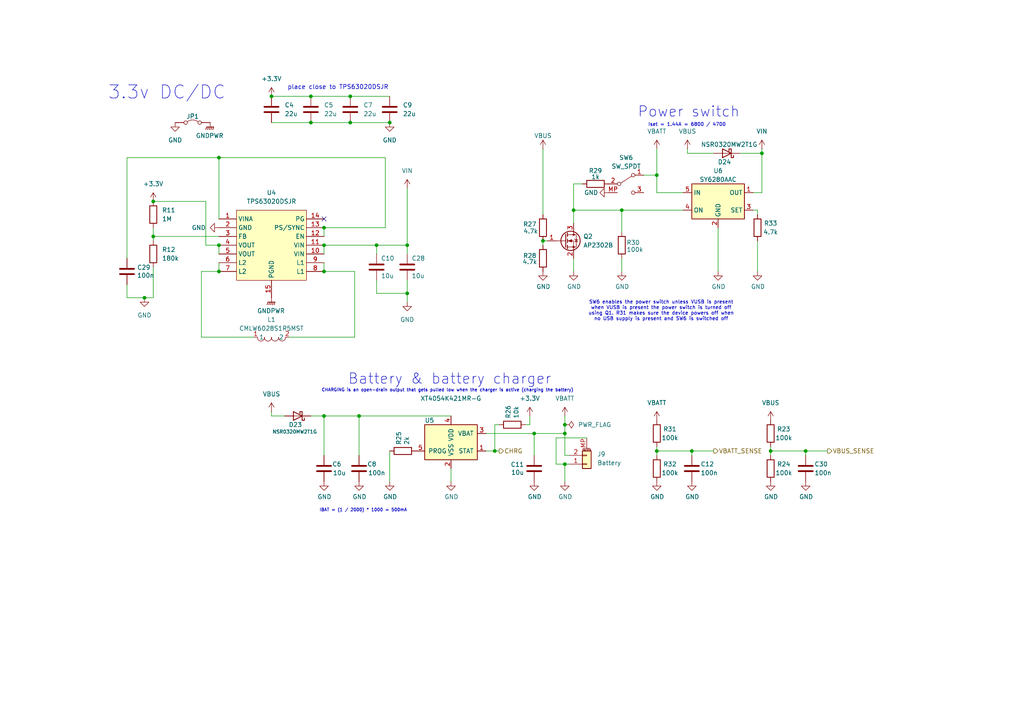
<source format=kicad_sch>
(kicad_sch (version 20250114) (generator "eeschema") (generator_version "9.0")
  (paper "A4")
  (title_block (title "TSJA badge") (date "2024-12-06") (rev "1.0") (company "Nicolai Electronics") (comment 1 "License: CERN Open Hardware Licence Version 2 - Permissive"))
  (lib_symbols
    (symbol "+3.3V_1" (power) (pin_numbers (hide yes)) (pin_names (offset 0) (hide yes))
      (property "Value" "+3.3V" (at 0 3.556 0))
      (symbol "+3.3V_1_0_1"
        (polyline (pts (xy -0.762 1.27) (xy 0 2.54)))
        (polyline (pts (xy 0 2.54) (xy 0.762 1.27)))
        (polyline (pts (xy 0 0) (xy 0 2.54)))
      )
      (symbol "+3.3V_1_1_1"
        (pin power_in line (at 0 0 90) (length 0) (name "~") (number "1"))
      )
    )
    (symbol "Device:C" (pin_numbers (hide yes)) (pin_names (offset 0.254))
      (property "Reference" "C" (at 0.635 2.54 0))
      (property "Value" "C" (at 0.635 -2.54 0))
      (symbol "C_0_1"
        (polyline (pts (xy -2.032 0.762) (xy 2.032 0.762)) (stroke (width 0.508)))
        (polyline (pts (xy -2.032 -0.762) (xy 2.032 -0.762)) (stroke (width 0.508)))
      )
      (symbol "C_1_1"
        (pin passive line (at 0 3.81 270) (length 2.794) (name "~") (number "1"))
        (pin passive line (at 0 -3.81 90) (length 2.794) (name "~") (number "2"))
      )
    )
    (symbol "Device:R" (pin_numbers (hide yes)) (pin_names (offset 0))
      (property "Reference" "R" (at 2.032 0 90))
      (property "Value" "R" (at 0 0 90))
      (symbol "R_0_1"
        (rectangle (start -1.016 -2.54) (end 1.016 2.54) (stroke (width 0.254)))
      )
      (symbol "R_1_1"
        (pin passive line (at 0 3.81 270) (length 1.27) (name "~") (number "1"))
        (pin passive line (at 0 -3.81 90) (length 1.27) (name "~") (number "2"))
      )
    )
    (symbol "Jumper:Jumper_2_Bridged" (pin_numbers (hide yes)) (pin_names (offset 0) (hide yes)) (exclude_from_sim yes)
      (property "Reference" "JP" (at 0 1.905 0))
      (property "Value" "Jumper_2_Bridged" (at 0 -2.54 0))
      (symbol "Jumper_2_Bridged_0_0"
        (circle (center -2.032 0) (radius 0.508))
        (circle (center 2.032 0) (radius 0.508))
      )
      (symbol "Jumper_2_Bridged_0_1"
        (arc (start -1.524 0.254) (mid 0 0.762) (end 1.524 0.254))
      )
      (symbol "Jumper_2_Bridged_1_1"
        (pin passive line (at -5.08 0 0) (length 2.54) (name "A") (number "1"))
        (pin passive line (at 5.08 0 180) (length 2.54) (name "B") (number "2"))
      )
    )
    (symbol "SparkFun-PowerSymbol:VBATT" (power) (pin_names (offset 0))
      (property "Value" "VBATT" (at 0 3.81 0))
      (symbol "VBATT_0_1"
        (polyline (pts (xy -0.762 1.27) (xy 0 2.54)))
        (polyline (pts (xy 0 2.54) (xy 0.762 1.27)))
        (polyline (pts (xy 0 0) (xy 0 2.54)))
      )
      (symbol "VBATT_1_1"
        (pin power_in line (at 0 0 90) (length 0) (hide yes) (name "VBATT") (number "1"))
      )
    )
    (symbol "lcsc:CMLW6028S1R5MST"
      (property "Reference" "L" (at 0 5.08 0))
      (property "Value" "CMLW6028S1R5MST" (at 0 -5.08 0))
      (symbol "CMLW6028S1R5MST_0_1"
        (arc (start -2.04 -0.02) (mid -3.0445 -1.1335) (end -4.06 -0.03))
        (arc (start -0.01 -0.03) (mid -1.025 -1.1423) (end -2.04 -0.03))
        (arc (start 2.04 -0.03) (mid 1.03 -1.1403) (end 0.02 -0.03))
        (arc (start 4.06 -0.03) (mid 3.0704 -1.1229) (end 2.07 -0.04))
        (pin unspecified line (at -5.08 0 0) (length 1.016) (name "1") (number "1"))
        (pin unspecified line (at 5.08 0 180) (length 1.016) (name "2") (number "2"))
      )
    )
    (symbol "lcsc:TPS63020DSJR"
      (property "Reference" "U" (at 0 15.24 0))
      (property "Value" "TPS63020DSJR" (at 0 -17.78 0))
      (symbol "TPS63020DSJR_0_1"
        (rectangle (start -10.16 12.7) (end 10.16 -7.62) (fill (type background)))
        (pin unspecified line (at -15.24 10.16 0) (length 5.08) (name "VINA") (number "1"))
        (pin unspecified line (at -15.24 7.62 0) (length 5.08) (name "GND") (number "2"))
        (pin unspecified line (at -15.24 5.08 0) (length 5.08) (name "FB") (number "3"))
        (pin unspecified line (at -15.24 2.54 0) (length 5.08) (name "VOUT") (number "4"))
        (pin unspecified line (at -15.24 0 0) (length 5.08) (name "VOUT") (number "5"))
        (pin unspecified line (at -15.24 -2.54 0) (length 5.08) (name "L2") (number "6"))
        (pin unspecified line (at -15.24 -5.08 0) (length 5.08) (name "L2") (number "7"))
        (pin unspecified line (at 0 -12.7 90) (length 5.08) (name "PGND") (number "15"))
        (pin unspecified line (at 15.24 10.16 180) (length 5.08) (name "PG") (number "14"))
        (pin unspecified line (at 15.24 7.62 180) (length 5.08) (name "PS/SYNC") (number "13"))
        (pin unspecified line (at 15.24 5.08 180) (length 5.08) (name "EN") (number "12"))
        (pin unspecified line (at 15.24 2.54 180) (length 5.08) (name "VIN") (number "11"))
        (pin unspecified line (at 15.24 0 180) (length 5.08) (name "VIN") (number "10"))
        (pin unspecified line (at 15.24 -2.54 180) (length 5.08) (name "L1") (number "9"))
        (pin unspecified line (at 15.24 -5.08 180) (length 5.08) (name "L1") (number "8"))
      )
    )
    (symbol "library:SW_SPDT_MP" (pin_names (offset 0) (hide yes))
      (property "Reference" "SW6" (at 0 7.62 0))
      (property "Value" "SW_SPDT_MP" (at 0 5.08 0))
      (symbol "SW_SPDT_MP_0_0"
        (circle (center -2.032 0) (radius 0.508))
        (circle (center 2.032 -2.54) (radius 0.508))
      )
      (symbol "SW_SPDT_MP_0_1"
        (polyline (pts (xy -1.524 0.254) (xy 1.651 2.286)))
        (circle (center 2.032 2.54) (radius 0.508))
      )
      (symbol "SW_SPDT_MP_1_1"
        (pin passive line (at -5.08 0 0) (length 2.54) (name "B") (number "2"))
        (pin passive line (at -5.08 -2.54 0) (length 2.54) (name "MP") (number "MP"))
        (pin passive line (at 5.08 2.54 180) (length 2.54) (name "A") (number "1"))
        (pin passive line (at 5.08 -2.54 180) (length 2.54) (name "C") (number "3"))
      )
    )
    (symbol "power:+3.3V" (power) (pin_numbers (hide yes)) (pin_names (offset 0) (hide yes))
      (property "Value" "+3.3V" (at 0 3.556 0))
      (symbol "+3.3V_0_1"
        (polyline (pts (xy -0.762 1.27) (xy 0 2.54)))
        (polyline (pts (xy 0 2.54) (xy 0.762 1.27)))
        (polyline (pts (xy 0 0) (xy 0 2.54)))
      )
      (symbol "+3.3V_1_1"
        (pin power_in line (at 0 0 90) (length 0) (name "~") (number "1"))
      )
    )
    (symbol "power:GND" (power) (pin_names (offset 0))
      (property "Value" "GND" (at 0 -3.81 0))
      (symbol "GND_0_1"
        (polyline (pts (xy 0 0) (xy 0 -1.27) (xy 1.27 -1.27) (xy 0 -2.54) (xy -1.27 -1.27) (xy 0 -1.27)))
      )
      (symbol "GND_1_1"
        (pin power_in line (at 0 0 270) (length 0) (hide yes) (name "GND") (number "1"))
      )
    )
    (symbol "power:GNDPWR" (power) (pin_numbers (hide yes)) (pin_names (offset 0) (hide yes))
      (property "Value" "GNDPWR" (at 0 -3.302 0))
      (symbol "GNDPWR_0_1"
        (polyline (pts (xy -1.016 -1.27) (xy -1.27 -2.032) (xy -1.27 -2.032)) (stroke (width 0.2032)))
        (polyline (pts (xy -0.508 -1.27) (xy -0.762 -2.032) (xy -0.762 -2.032)) (stroke (width 0.2032)))
        (polyline (pts (xy 0 -1.27) (xy 0 0)))
        (polyline (pts (xy 0 -1.27) (xy -0.254 -2.032) (xy -0.254 -2.032)) (stroke (width 0.2032)))
        (polyline (pts (xy 0.508 -1.27) (xy 0.254 -2.032) (xy 0.254 -2.032)) (stroke (width 0.2032)))
        (polyline (pts (xy 1.016 -1.27) (xy -1.016 -1.27) (xy -1.016 -1.27)) (stroke (width 0.2032)))
        (polyline (pts (xy 1.016 -1.27) (xy 0.762 -2.032) (xy 0.762 -2.032) (xy 0.762 -2.032)) (stroke (width 0.2032)))
      )
      (symbol "GNDPWR_1_1"
        (pin power_in line (at 0 0 270) (length 0) (name "~") (number "1"))
      )
    )
    (symbol "power:VBUS" (power) (pin_numbers (hide yes)) (pin_names (offset 0) (hide yes))
      (property "Value" "VBUS" (at 0 3.556 0))
      (symbol "VBUS_0_1"
        (polyline (pts (xy -0.762 1.27) (xy 0 2.54)))
        (polyline (pts (xy 0 2.54) (xy 0.762 1.27)))
        (polyline (pts (xy 0 0) (xy 0 2.54)))
      )
      (symbol "VBUS_1_1"
        (pin power_in line (at 0 0 90) (length 0) (name "~") (number "1"))
      )
    )
    (symbol "symbols2:GND" (power) (pin_names (offset 0))
      (property "Value" "GND" (at 0 -3.81 0))
      (symbol "GND_0_1"
        (polyline (pts (xy 0 0) (xy 0 -1.27) (xy 1.27 -1.27) (xy 0 -2.54) (xy -1.27 -1.27) (xy 0 -1.27)))
      )
      (symbol "GND_1_1"
        (pin power_in line (at 0 0 270) (length 0) (hide yes) (name "GND") (number "1"))
      )
    )
    (symbol "symbols2:PWR_FLAG" (power) (pin_numbers (hide yes)) (pin_names (offset 0) (hide yes))
      (property "Value" "PWR_FLAG" (at 0 5.08 0))
      (symbol "PWR_FLAG_0_0"
        (pin power_out line (at 0 0 90) (length 0) (name "pwr") (number "1"))
      )
      (symbol "PWR_FLAG_0_1"
        (polyline (pts (xy 0 0) (xy 0 1.27) (xy -1.016 1.905) (xy 0 2.54) (xy 1.016 1.905) (xy 0 1.27)))
      )
    )
    (symbol "symbols:AAT4610BIGV-1-T1-Power_Management"
      (property "Reference" "U" (at -6.35 -6.35 0))
      (property "Value" "AAT4610BIGV-1-T1-Power_Management" (at 0 6.35 0))
      (symbol "AAT4610BIGV-1-T1-Power_Management_0_1"
        (rectangle (start -7.62 5.08) (end 7.62 -5.08) (stroke (width 0.254)) (fill (type background)))
      )
      (symbol "AAT4610BIGV-1-T1-Power_Management_1_1"
        (pin power_in line (at -10.16 2.54 0) (length 2.54) (name "IN") (number "5"))
        (pin input line (at -10.16 -2.54 0) (length 2.54) (name "ON") (number "4"))
        (pin power_in line (at 0 -7.62 90) (length 2.54) (name "GND") (number "2"))
        (pin power_out line (at 10.16 2.54 180) (length 2.54) (name "OUT") (number "1"))
        (pin passive line (at 10.16 -2.54 180) (length 2.54) (name "SET") (number "3"))
      )
    )
    (symbol "symbols:C" (pin_numbers (hide yes)) (pin_names (offset 0.254))
      (property "Reference" "C" (at 0.635 2.54 0))
      (property "Value" "C" (at 0.635 -2.54 0))
      (symbol "C_0_1"
        (polyline (pts (xy -2.032 0.762) (xy 2.032 0.762)) (stroke (width 0.508)))
        (polyline (pts (xy -2.032 -0.762) (xy 2.032 -0.762)) (stroke (width 0.508)))
      )
      (symbol "C_1_1"
        (pin passive line (at 0 3.81 270) (length 2.794) (name "~") (number "1"))
        (pin passive line (at 0 -3.81 90) (length 2.794) (name "~") (number "2"))
      )
    )
    (symbol "symbols:Conn_01x02_MountingPin" (pin_names (offset 1.016) (hide yes))
      (property "Reference" "J" (at 0 2.54 0))
      (property "Value" "Conn_01x02_MountingPin" (at 1.27 -5.08 0))
      (symbol "Conn_01x02_MountingPin_1_1"
        (rectangle (start -1.27 1.27) (end 1.27 -3.81) (stroke (width 0.254)) (fill (type background)))
        (rectangle (start -1.27 0.127) (end 0 -0.127) (stroke (width 0.1524)))
        (rectangle (start -1.27 -2.413) (end 0 -2.667) (stroke (width 0.1524)))
        (polyline (pts (xy -1.016 -4.572) (xy 1.016 -4.572)) (stroke (width 0.1524)))
        (text "Mounting" (at 0 -4.191 0) (effects (font (size 0.381 0.381))))
        (pin passive line (at -5.08 0 0) (length 3.81) (name "Pin_1") (number "1"))
        (pin passive line (at -5.08 -2.54 0) (length 3.81) (name "Pin_2") (number "2"))
        (pin passive line (at 0 -7.62 90) (length 3.048) (name "MountPin") (number "MP"))
      )
    )
    (symbol "symbols:D_Schottky" (pin_numbers (hide yes)) (pin_names (offset 1.016) (hide yes))
      (property "Reference" "D" (at 0 2.54 0))
      (property "Value" "D_Schottky" (at 0 -2.54 0))
      (symbol "D_Schottky_0_1"
        (polyline (pts (xy -1.905 0.635) (xy -1.905 1.27) (xy -1.27 1.27) (xy -1.27 -1.27) (xy -0.635 -1.27) (xy -0.635 -0.635)) (stroke (width 0.254)))
        (polyline (pts (xy 1.27 1.27) (xy 1.27 -1.27) (xy -1.27 0) (xy 1.27 1.27)) (stroke (width 0.254)))
        (polyline (pts (xy 1.27 0) (xy -1.27 0)))
      )
      (symbol "D_Schottky_1_1"
        (pin passive line (at -3.81 0 0) (length 2.54) (name "K") (number "1"))
        (pin passive line (at 3.81 0 180) (length 2.54) (name "A") (number "2"))
      )
    )
    (symbol "symbols:MCP73831-2-OT-Battery_Management" (pin_names (offset 1.016))
      (property "Reference" "U" (at -7.62 6.35 0))
      (property "Value" "MCP73831-2-OT-Battery_Management" (at 1.27 6.35 0))
      (symbol "MCP73831-2-OT-Battery_Management_0_1"
        (rectangle (start -7.62 5.08) (end 7.62 -5.08) (stroke (width 0.254)) (fill (type background)))
      )
      (symbol "MCP73831-2-OT-Battery_Management_1_1"
        (pin input line (at -10.16 -2.54 0) (length 2.54) (name "PROG") (number "5"))
        (pin power_in line (at 0 7.62 270) (length 2.54) (name "VDD") (number "4"))
        (pin power_in line (at 0 -7.62 90) (length 2.54) (name "VSS") (number "2"))
        (pin power_out line (at 10.16 2.54 180) (length 2.54) (name "VBAT") (number "3"))
        (pin output line (at 10.16 -2.54 180) (length 2.54) (name "STAT") (number "1"))
      )
    )
    (symbol "symbols:Q_NMOS_GSD" (pin_names (offset 0) (hide yes))
      (property "Reference" "Q" (at 5.08 1.27 0))
      (property "Value" "Q_NMOS_GSD" (at 5.08 -1.27 0))
      (symbol "Q_NMOS_GSD_0_1"
        (polyline (pts (xy 0.254 1.905) (xy 0.254 -1.905)) (stroke (width 0.254)))
        (polyline (pts (xy 0.254 0) (xy -2.54 0)))
        (polyline (pts (xy 0.762 2.286) (xy 0.762 1.27)) (stroke (width 0.254)))
        (polyline (pts (xy 0.762 0.508) (xy 0.762 -0.508)) (stroke (width 0.254)))
        (polyline (pts (xy 0.762 -1.27) (xy 0.762 -2.286)) (stroke (width 0.254)))
        (polyline (pts (xy 0.762 -1.778) (xy 3.302 -1.778) (xy 3.302 1.778) (xy 0.762 1.778)))
        (polyline (pts (xy 1.016 0) (xy 2.032 0.381) (xy 2.032 -0.381) (xy 1.016 0)) (fill (type outline)))
        (circle (center 1.651 0) (radius 2.794) (stroke (width 0.254)))
        (polyline (pts (xy 2.54 2.54) (xy 2.54 1.778)))
        (circle (center 2.54 1.778) (radius 0.254) (fill (type outline)))
        (circle (center 2.54 -1.778) (radius 0.254) (fill (type outline)))
        (polyline (pts (xy 2.54 -2.54) (xy 2.54 0) (xy 0.762 0)))
        (polyline (pts (xy 2.794 0.508) (xy 2.921 0.381) (xy 3.683 0.381) (xy 3.81 0.254)))
        (polyline (pts (xy 3.302 0.381) (xy 2.921 -0.254) (xy 3.683 -0.254) (xy 3.302 0.381)))
      )
      (symbol "Q_NMOS_GSD_1_1"
        (pin input line (at -5.08 0 0) (length 2.54) (name "G") (number "1"))
        (pin passive line (at 2.54 5.08 270) (length 2.54) (name "D") (number "3"))
        (pin passive line (at 2.54 -5.08 90) (length 2.54) (name "S") (number "2"))
      )
    )
    (symbol "symbols:R" (pin_numbers (hide yes)) (pin_names (offset 0))
      (property "Reference" "R" (at 2.032 0 90))
      (property "Value" "R" (at 0 0 90))
      (symbol "R_0_1"
        (rectangle (start -1.016 -2.54) (end 1.016 2.54) (stroke (width 0.254)))
      )
      (symbol "R_1_1"
        (pin passive line (at 0 3.81 270) (length 1.27) (name "~") (number "1"))
        (pin passive line (at 0 -3.81 90) (length 1.27) (name "~") (number "2"))
      )
    )
  )
  (text "CHARGING is an open-drain output that gets pulled low when the charger is active (charging the battery)" (at 166.37 113.792 0) (effects (font (size 0.889 0.889)) (justify right bottom)))
  (text "place close to TPS63020DSJR" (at 98.044 25.4 0) (effects (font (size 1.27 1.27))))
  (text "Power switch" (at 214.63 34.29 0) (effects (font (size 2.9972 2.9972)) (justify right bottom)))
  (text "Battery & battery charger" (at 160.02 111.76 0) (effects (font (size 2.9972 2.9972)) (justify right bottom)))
  (text "3.3v DC/DC" (at 31.242 26.924 0) (effects (font (size 3.81 3.81)) (justify left)))
  (text "SW6 enables the power switch unless VUSB is present\nwhen VUSB is present the power switch is turned off\nusing Q1. R31 makes sure the device powers off when\nno USB supply is present and SW6 is switched off" (at 191.77 90.17 0) (effects (font (size 1 1))))
  (text "IBAT = (1 / 2000) * 1000 = 500mA" (at 118.11 148.59 0) (effects (font (size 0.889 0.889)) (justify right bottom)))
  (text "Iset = 1.44A = 6800 / 4700" (at 187.96 36.83 0) (effects (font (size 0.9906 0.9906)) (justify left bottom)))
  (junction (at 163.83 125.73))
  (junction (at 163.83 134.62))
  (junction (at 90.17 35.56))
  (junction (at 63.5 71.12))
  (junction (at 190.5 130.81))
  (junction (at 190.5 50.8))
  (junction (at 109.22 71.12))
  (junction (at 118.11 71.12))
  (junction (at 157.48 69.85))
  (junction (at 118.11 85.09))
  (junction (at 78.74 27.94))
  (junction (at 180.34 60.96))
  (junction (at 200.66 130.81))
  (junction (at 154.94 125.73))
  (junction (at 63.5 78.74))
  (junction (at 223.52 130.81))
  (junction (at 44.45 68.58))
  (junction (at 101.6 35.56))
  (junction (at 233.68 130.81))
  (junction (at 104.14 120.65))
  (junction (at 93.98 66.04))
  (junction (at 143.51 130.81))
  (junction (at 41.91 86.36))
  (junction (at 113.03 35.56))
  (junction (at 90.17 27.94))
  (junction (at 220.98 44.45))
  (junction (at 44.45 58.42))
  (junction (at 166.37 60.96))
  (junction (at 163.83 123.19))
  (junction (at 63.5 45.72))
  (junction (at 101.6 27.94))
  (junction (at 93.98 71.12))
  (junction (at 93.98 120.65))
  (junction (at 93.98 78.74))
  (no_connect (at 93.98 63.5))
  (wire (pts (xy 41.91 86.36) (xy 44.45 86.36)))
  (wire (pts (xy 90.17 35.56) (xy 101.6 35.56)))
  (wire (pts (xy 208.28 66.04) (xy 208.28 78.74)))
  (wire (pts (xy 154.94 125.73) (xy 163.83 125.73)))
  (wire (pts (xy 223.52 130.81) (xy 233.68 130.81)))
  (wire (pts (xy 199.39 43.18) (xy 199.39 44.45)))
  (wire (pts (xy 199.39 44.45) (xy 207.01 44.45)))
  (wire (pts (xy 118.11 71.12) (xy 109.22 71.12)))
  (wire (pts (xy 44.45 66.04) (xy 44.45 68.58)))
  (wire (pts (xy 186.69 50.8) (xy 190.5 50.8)))
  (wire (pts (xy 180.34 60.96) (xy 180.34 67.31)))
  (wire (pts (xy 163.83 120.65) (xy 163.83 123.19)))
  (wire (pts (xy 190.5 50.8) (xy 190.5 55.88)))
  (wire (pts (xy 190.5 130.81) (xy 200.66 130.81)))
  (wire (pts (xy 113.03 130.81) (xy 113.03 139.7)))
  (wire (pts (xy 143.51 130.81) (xy 144.78 130.81)))
  (wire (pts (xy 200.66 130.81) (xy 200.66 132.08)))
  (wire (pts (xy 168.91 53.34) (xy 166.37 53.34)))
  (wire (pts (xy 111.76 45.72) (xy 111.76 66.04)))
  (wire (pts (xy 63.5 45.72) (xy 111.76 45.72)))
  (wire (pts (xy 223.52 130.81) (xy 223.52 132.08)))
  (wire (pts (xy 233.68 130.81) (xy 233.68 132.08)))
  (wire (pts (xy 220.98 44.45) (xy 220.98 55.88)))
  (wire (pts (xy 153.67 120.65) (xy 153.67 123.19)))
  (wire (pts (xy 165.1 134.62) (xy 163.83 134.62)))
  (wire (pts (xy 158.75 69.85) (xy 157.48 69.85)))
  (wire (pts (xy 36.83 86.36) (xy 41.91 86.36)))
  (wire (pts (xy 118.11 54.61) (xy 118.11 71.12)))
  (wire (pts (xy 130.81 135.89) (xy 130.81 139.7)))
  (wire (pts (xy 154.94 132.08) (xy 154.94 125.73)))
  (wire (pts (xy 214.63 44.45) (xy 220.98 44.45)))
  (wire (pts (xy 90.17 27.94) (xy 101.6 27.94)))
  (wire (pts (xy 163.83 123.19) (xy 163.83 125.73)))
  (wire (pts (xy 118.11 85.09) (xy 118.11 87.63)))
  (wire (pts (xy 102.87 78.74) (xy 102.87 97.79)))
  (wire (pts (xy 190.5 129.54) (xy 190.5 130.81)))
  (wire (pts (xy 59.69 71.12) (xy 63.5 71.12)))
  (wire (pts (xy 157.48 43.18) (xy 157.48 62.23)))
  (wire (pts (xy 219.71 69.85) (xy 219.71 78.74)))
  (wire (pts (xy 59.69 58.42) (xy 59.69 71.12)))
  (wire (pts (xy 78.74 120.65) (xy 78.74 119.38)))
  (wire (pts (xy 190.5 130.81) (xy 190.5 132.08)))
  (wire (pts (xy 93.98 132.08) (xy 93.98 120.65)))
  (wire (pts (xy 36.83 82.55) (xy 36.83 86.36)))
  (wire (pts (xy 109.22 85.09) (xy 118.11 85.09)))
  (wire (pts (xy 163.83 125.73) (xy 163.83 132.08)))
  (wire (pts (xy 220.98 44.45) (xy 220.98 43.18)))
  (wire (pts (xy 44.45 77.47) (xy 44.45 86.36)))
  (wire (pts (xy 44.45 68.58) (xy 44.45 69.85)))
  (wire (pts (xy 93.98 71.12) (xy 109.22 71.12)))
  (wire (pts (xy 233.68 130.81) (xy 240.03 130.81)))
  (wire (pts (xy 143.51 130.81) (xy 140.97 130.81)))
  (wire (pts (xy 109.22 81.28) (xy 109.22 85.09)))
  (wire (pts (xy 63.5 76.2) (xy 63.5 78.74)))
  (wire (pts (xy 101.6 35.56) (xy 113.03 35.56)))
  (wire (pts (xy 104.14 120.65) (xy 104.14 132.08)))
  (wire (pts (xy 180.34 60.96) (xy 198.12 60.96)))
  (wire (pts (xy 190.5 55.88) (xy 198.12 55.88)))
  (wire (pts (xy 219.71 60.96) (xy 218.44 60.96)))
  (wire (pts (xy 157.48 69.85) (xy 157.48 71.12)))
  (wire (pts (xy 93.98 71.12) (xy 93.98 73.66)))
  (wire (pts (xy 58.42 78.74) (xy 63.5 78.74)))
  (wire (pts (xy 118.11 81.28) (xy 118.11 85.09)))
  (wire (pts (xy 36.83 45.72) (xy 36.83 74.93)))
  (wire (pts (xy 118.11 71.12) (xy 118.11 73.66)))
  (wire (pts (xy 58.42 97.79) (xy 73.66 97.79)))
  (wire (pts (xy 90.17 120.65) (xy 93.98 120.65)))
  (wire (pts (xy 180.34 74.93) (xy 180.34 78.74)))
  (wire (pts (xy 63.5 71.12) (xy 63.5 73.66)))
  (wire (pts (xy 93.98 66.04) (xy 111.76 66.04)))
  (wire (pts (xy 161.29 127) (xy 161.29 134.62)))
  (wire (pts (xy 161.29 134.62) (xy 163.83 134.62)))
  (wire (pts (xy 190.5 43.18) (xy 190.5 50.8)))
  (wire (pts (xy 130.81 120.65) (xy 104.14 120.65)))
  (wire (pts (xy 144.78 123.19) (xy 143.51 123.19)))
  (wire (pts (xy 166.37 60.96) (xy 166.37 64.77)))
  (wire (pts (xy 109.22 71.12) (xy 109.22 73.66)))
  (wire (pts (xy 218.44 55.88) (xy 220.98 55.88)))
  (wire (pts (xy 153.67 123.19) (xy 152.4 123.19)))
  (wire (pts (xy 166.37 53.34) (xy 166.37 60.96)))
  (wire (pts (xy 78.74 35.56) (xy 90.17 35.56)))
  (wire (pts (xy 93.98 76.2) (xy 93.98 78.74)))
  (wire (pts (xy 219.71 62.23) (xy 219.71 60.96)))
  (wire (pts (xy 223.52 129.54) (xy 223.52 130.81)))
  (wire (pts (xy 143.51 123.19) (xy 143.51 130.81)))
  (wire (pts (xy 101.6 27.94) (xy 113.03 27.94)))
  (wire (pts (xy 83.82 97.79) (xy 102.87 97.79)))
  (wire (pts (xy 161.29 127) (xy 170.18 127)))
  (wire (pts (xy 166.37 60.96) (xy 180.34 60.96)))
  (wire (pts (xy 93.98 120.65) (xy 104.14 120.65)))
  (wire (pts (xy 163.83 132.08) (xy 165.1 132.08)))
  (wire (pts (xy 140.97 125.73) (xy 154.94 125.73)))
  (wire (pts (xy 163.83 134.62) (xy 163.83 139.7)))
  (wire (pts (xy 44.45 68.58) (xy 63.5 68.58)))
  (wire (pts (xy 200.66 130.81) (xy 207.01 130.81)))
  (wire (pts (xy 78.74 120.65) (xy 82.55 120.65)))
  (wire (pts (xy 166.37 74.93) (xy 166.37 78.74)))
  (wire (pts (xy 58.42 78.74) (xy 58.42 97.79)))
  (wire (pts (xy 36.83 45.72) (xy 63.5 45.72)))
  (wire (pts (xy 93.98 78.74) (xy 102.87 78.74)))
  (wire (pts (xy 44.45 58.42) (xy 59.69 58.42)))
  (wire (pts (xy 78.74 27.94) (xy 90.17 27.94)))
  (wire (pts (xy 93.98 66.04) (xy 93.98 68.58)))
  (wire (pts (xy 63.5 45.72) (xy 63.5 63.5)))
  (hierarchical_label "VBUS_SENSE" (shape output) (at 240.03 130.81 0))
  (hierarchical_label "VBATT_SENSE" (shape output) (at 207.01 130.81 0))
  (hierarchical_label "CHRG" (shape output) (at 144.78 130.81 0))
  (symbol (lib_id "symbols2:GND") (at 223.52 139.7 0) (unit 1)
    (property "Reference" "#PWR020" (effects (hide yes)))
    (property "Value" "GND" (at 223.647 144.0942 0))
    (property "Description" "Power symbol creates a global label with name \"GND\" , ground" (effects (hide yes)))
  )
  (symbol (lib_id "power:GND") (at 63.5 66.04 270) (unit 1)
    (property "Reference" "#PWR053" (effects (hide yes)))
    (property "Value" "GND" (at 59.69 66.0399 90) (effects (justify right)))
  )
  (symbol (lib_id "lcsc:CMLW6028S1R5MST") (at 78.74 97.79 0) (unit 1)
    (property "Reference" "L1" (at 78.7401 92.71 0))
    (property "Value" "CMLW6028S1R5MST" (at 78.7401 95.25 0))
    (property "Footprint" "library:IND-SMD_L6.0-W6.0" (effects (hide yes)))
    (property "Datasheet" "https://lcsc.com/product-detail/New-Quadratic-Unclassified-Data_Cybermax-CMLW6028S1R5MST_C431354.html" (effects (hide yes)))
    (property "LCSC" "C431354" (effects (hide yes)))
  )
  (symbol (lib_id "power:VBUS") (at 199.39 43.18 0) (unit 1)
    (property "Reference" "#PWR072" (effects (hide yes)))
    (property "Value" "VBUS" (at 199.39 38.1 0))
    (property "Description" "Power symbol creates a global label with name \"VBUS\"" (effects (hide yes)))
  )
  (symbol (lib_id "symbols:C") (at 200.66 135.89 0) (unit 1)
    (property "Reference" "C12" (at 203.2 134.62 0) (effects (justify left)))
    (property "Value" "100n" (at 203.2 137.16 0) (effects (justify left)))
    (property "Footprint" "Capacitor_SMD:C_0402_1005Metric" (effects (hide yes)))
    (property "Datasheet" "https://datasheet.lcsc.com/lcsc/2304140030_Samsung-Electro-Mechanics-CL05B104KB54PNC_C307331.pdf" (effects (hide yes)))
    (property "LCSC" "C307331" (effects (hide yes)))
  )
  (symbol (lib_id "symbols:C") (at 104.14 135.89 180) (unit 1)
    (property "Reference" "C8" (at 109.22 134.62 0) (effects (justify left)))
    (property "Value" "100n" (at 111.76 137.16 0) (effects (justify left)))
    (property "Footprint" "Capacitor_SMD:C_0402_1005Metric" (effects (hide yes)))
    (property "Datasheet" "https://datasheet.lcsc.com/lcsc/2304140030_Samsung-Electro-Mechanics-CL05B104KB54PNC_C307331.pdf" (effects (hide yes)))
    (property "LCSC" "C307331" (effects (hide yes)))
  )
  (symbol (lib_id "symbols:C") (at 233.68 135.89 0) (unit 1)
    (property "Reference" "C30" (at 236.22 134.62 0) (effects (justify left)))
    (property "Value" "100n" (at 236.22 137.16 0) (effects (justify left)))
    (property "Footprint" "Capacitor_SMD:C_0402_1005Metric" (effects (hide yes)))
    (property "Datasheet" "https://datasheet.lcsc.com/lcsc/2304140030_Samsung-Electro-Mechanics-CL05B104KB54PNC_C307331.pdf" (effects (hide yes)))
    (property "LCSC" "C307331" (effects (hide yes)))
  )
  (symbol (lib_id "power:VBUS") (at 220.98 43.18 0) (unit 1)
    (property "Reference" "#PWR076" (effects (hide yes)))
    (property "Value" "VIN" (at 220.98 38.1 0))
  )
  (symbol (lib_id "power:GND") (at 118.11 87.63 0) (unit 1)
    (property "Reference" "#PWR0111" (effects (hide yes)))
    (property "Value" "GND" (at 118.11 92.71 0))
  )
  (symbol (lib_id "symbols:Q_NMOS_GSD") (at 163.83 69.85 0) (unit 1)
    (property "Reference" "Q2" (at 169.164 68.5799 0) (effects (justify left)))
    (property "Value" "AP2302B" (at 169.164 71.1199 0) (effects (justify left)))
    (property "Footprint" "library:SOT-23" (effects (hide yes)))
    (property "Datasheet" "https://datasheet.lcsc.com/lcsc/1912111437_ALLPOWER-ShenZhen-Quan-Li-Semiconductor-AP2302B_C406812.pdf" (effects (hide yes)))
    (property "LCSC" "C406812" (effects (hide yes)))
  )
  (symbol (lib_id "power:GND") (at 50.8 35.56 0) (unit 1)
    (property "Reference" "#PWR046" (effects (hide yes)))
    (property "Value" "GND" (at 50.8 40.64 0))
  )
  (symbol (lib_id "symbols:AAT4610BIGV-1-T1-Power_Management") (at 208.28 58.42 0) (unit 1)
    (property "Reference" "U6" (at 208.28 49.53 0))
    (property "Value" "SY6280AAC" (at 208.28 52.07 0))
    (property "Footprint" "Package_TO_SOT_SMD:SOT-23-5" (effects (hide yes)))
    (property "Datasheet" "https://datasheet.lcsc.com/lcsc/1810121532_Silergy-Corp-SY6280AAC_C55136.pdf" (effects (hide yes)))
    (property "LCSC" "C55136" (effects (hide yes)))
  )
  (symbol (lib_id "symbols2:PWR_FLAG") (at 163.83 123.19 270) (unit 1)
    (property "Reference" "#FLG02" (effects (hide yes)))
    (property "Value" "PWR_FLAG" (at 167.64 123.19 90) (effects (justify left)))
  )
  (symbol (lib_id "lcsc:TPS63020DSJR") (at 78.74 73.66 0) (unit 1)
    (property "Reference" "U4" (at 78.74 55.88 0))
    (property "Value" "TPS63020DSJR" (at 78.74 58.42 0))
    (property "Footprint" "library:VSON-14_L4.0-W3.0-P0.50-BL-EP_TI_DSJ" (effects (hide yes)))
    (property "Datasheet" "https://lcsc.com/product-detail/DC-DC-Converters_TI_TPS63020DSJR_TPS63020DSJR_C15483.html" (effects (hide yes)))
    (property "LCSC" "C15483" (effects (hide yes)))
  )
  (symbol (lib_name "+3.3V_1") (lib_id "power:+3.3V") (at 44.45 58.42 0) (unit 1)
    (property "Reference" "#PWR051" (effects (hide yes)))
    (property "Value" "+3.3V" (at 44.45 53.34 0))
    (property "Description" "Power symbol creates a global label with name \"+3.3V\"" (effects (hide yes)))
  )
  (symbol (lib_id "library:SW_SPDT_MP") (at 181.61 53.34 0) (unit 1)
    (property "Reference" "SW6" (at 181.61 45.72 0))
    (property "Value" "SW_SPDT" (at 181.61 48.26 0))
    (property "Footprint" "library:SW_SPDT_PCM12_MP" (effects (hide yes)))
    (property "Datasheet" "https://www.lcsc.com/product-detail/Slide-Switches_XKB-Connection-SK-3296S-01-L1_C319020.html" (effects (hide yes)))
    (property "LCSC" "C319020" (effects (hide yes)))
  )
  (symbol (lib_id "power:GND") (at 41.91 86.36 0) (unit 1)
    (property "Reference" "#PWR056" (effects (hide yes)))
    (property "Value" "GND" (at 41.91 91.44 0))
  )
  (symbol (lib_id "symbols2:GND") (at 163.83 139.7 0) (unit 1)
    (property "Reference" "#PWR066" (effects (hide yes)))
    (property "Value" "GND" (at 163.957 144.0942 0))
    (property "Description" "Power symbol creates a global label with name \"GND\" , ground" (effects (hide yes)))
  )
  (symbol (lib_id "power:VBUS") (at 78.74 119.38 0) (unit 1)
    (property "Reference" "#PWR049" (effects (hide yes)))
    (property "Value" "VBUS" (at 78.74 114.3 0))
    (property "Description" "Power symbol creates a global label with name \"VBUS\"" (effects (hide yes)))
  )
  (symbol (lib_id "symbols:D_Schottky") (at 86.36 120.65 180) (unit 1)
    (property "Reference" "D23" (at 87.63 123.19 0) (effects (justify left)))
    (property "Value" "NSR0320MW2T1G" (at 91.948 125.222 0) (effects (font (size 1 1)) (justify left)))
    (property "Footprint" "library:D_SOD-323" (effects (hide yes)))
    (property "Datasheet" "https://datasheet.lcsc.com/lcsc/1806150330_onsemi-NSR0320MW2T1G_C48192.pdf" (effects (hide yes)))
    (property "LCSC" "C48192" (effects (hide yes)))
  )
  (symbol (lib_id "power:+3.3V") (at 153.67 120.65 0) (unit 1)
    (property "Reference" "#PWR061" (effects (hide yes)))
    (property "Value" "+3.3V" (at 153.67 115.57 0))
    (property "Description" "Power symbol creates a global label with name \"+3.3V\"" (effects (hide yes)))
  )
  (symbol (lib_id "symbols:R") (at 223.52 125.73 180) (unit 1)
    (property "Reference" "R23" (at 227.33 124.46 0))
    (property "Value" "100k" (at 227.33 127 0))
    (property "Footprint" "Resistor_SMD:R_0402_1005Metric" (effects (hide yes)))
    (property "Datasheet" "https://www.lcsc.com/product-detail/Chip-Resistor-Surface-Mount_UNI-ROYAL-Uniroyal-Elec-0402WGF1003TCE_C25741.html" (effects (hide yes)))
    (property "LCSC" "C25741" (effects (hide yes)))
  )
  (symbol (lib_id "symbols:R") (at 157.48 66.04 0) (unit 1)
    (property "Reference" "R27" (at 153.67 65.024 0))
    (property "Value" "4.7k" (at 153.924 67.056 0))
    (property "Footprint" "Resistor_SMD:R_0402_1005Metric" (effects (hide yes)))
    (property "Datasheet" "https://www.lcsc.com/product-detail/Chip-Resistor-Surface-Mount_UNI-ROYAL-Uniroyal-Elec-0402WGJ0472TCE_C25940.html" (effects (hide yes)))
    (property "LCSC" "C25940" (effects (hide yes)))
  )
  (symbol (lib_id "symbols2:GND") (at 208.28 78.74 0) (unit 1)
    (property "Reference" "#PWR074" (effects (hide yes)))
    (property "Value" "GND" (at 208.407 83.1342 0))
    (property "Description" "Power symbol creates a global label with name \"GND\" , ground" (effects (hide yes)))
  )
  (symbol (lib_id "symbols2:GND") (at 130.81 139.7 0) (unit 1)
    (property "Reference" "#PWR060" (effects (hide yes)))
    (property "Value" "GND" (at 130.937 144.0942 0))
    (property "Description" "Power symbol creates a global label with name \"GND\" , ground" (effects (hide yes)))
  )
  (symbol (lib_id "symbols2:GND") (at 200.66 139.7 0) (unit 1)
    (property "Reference" "#PWR073" (effects (hide yes)))
    (property "Value" "GND" (at 200.787 144.0942 0))
    (property "Description" "Power symbol creates a global label with name \"GND\" , ground" (effects (hide yes)))
  )
  (symbol (lib_id "symbols:R") (at 219.71 66.04 180) (unit 1)
    (property "Reference" "R33" (at 223.52 64.77 0))
    (property "Value" "4.7k" (at 223.52 67.31 0))
    (property "Footprint" "Resistor_SMD:R_0402_1005Metric" (effects (hide yes)))
    (property "Datasheet" "https://www.lcsc.com/product-detail/Chip-Resistor-Surface-Mount_UNI-ROYAL-Uniroyal-Elec-0402WGJ0472TCE_C25940.html" (effects (hide yes)))
    (property "LCSC" "C25940" (effects (hide yes)))
  )
  (symbol (lib_id "symbols2:GND") (at 233.68 139.7 0) (unit 1)
    (property "Reference" "#PWR0112" (effects (hide yes)))
    (property "Value" "GND" (at 233.807 144.0942 0))
    (property "Description" "Power symbol creates a global label with name \"GND\" , ground" (effects (hide yes)))
  )
  (symbol (lib_id "symbols:R") (at 190.5 125.73 180) (unit 1)
    (property "Reference" "R31" (at 194.31 124.46 0))
    (property "Value" "100k" (at 194.31 127 0))
    (property "Footprint" "Resistor_SMD:R_0402_1005Metric" (effects (hide yes)))
    (property "Datasheet" "https://www.lcsc.com/product-detail/Chip-Resistor-Surface-Mount_UNI-ROYAL-Uniroyal-Elec-0402WGF1003TCE_C25741.html" (effects (hide yes)))
    (property "LCSC" "C25741" (effects (hide yes)))
  )
  (symbol (lib_id "symbols:R") (at 172.72 53.34 90) (mirror x) (unit 1)
    (property "Reference" "R29" (at 172.72 49.53 90))
    (property "Value" "1k" (at 172.72 51.308 90))
    (property "Footprint" "Resistor_SMD:R_0402_1005Metric" (effects (hide yes)))
    (property "Datasheet" "https://www.lcsc.com/product-detail/Chip-Resistor-Surface-Mount_UNI-ROYAL-Uniroyal-Elec-0402WGF1001TCE_C11702.html" (effects (hide yes)))
    (property "LCSC" "C11702" (effects (hide yes)))
  )
  (symbol (lib_id "power:VBUS") (at 157.48 43.18 0) (unit 1)
    (property "Reference" "#PWR063" (effects (hide yes)))
    (property "Value" "VBUS" (at 157.48 39.37 0))
    (property "Description" "Power symbol creates a global label with name \"VBUS\"" (effects (hide yes)))
  )
  (symbol (lib_id "symbols2:GND") (at 166.37 78.74 0) (unit 1)
    (property "Reference" "#PWR067" (effects (hide yes)))
    (property "Value" "GND" (at 166.497 83.1342 0))
    (property "Description" "Power symbol creates a global label with name \"GND\" , ground" (effects (hide yes)))
  )
  (symbol (lib_id "symbols:R") (at 180.34 71.12 180) (unit 1)
    (property "Reference" "R30" (at 183.642 70.358 0))
    (property "Value" "100k" (at 184.15 72.39 0))
    (property "Footprint" "Resistor_SMD:R_0402_1005Metric" (effects (hide yes)))
    (property "Datasheet" "https://www.lcsc.com/product-detail/Chip-Resistor-Surface-Mount_UNI-ROYAL-Uniroyal-Elec-0402WGF1003TCE_C25741.html" (effects (hide yes)))
    (property "LCSC" "C25741" (effects (hide yes)))
  )
  (symbol (lib_id "symbols:Conn_01x02_MountingPin") (at 170.18 134.62 0) (mirror x) (unit 1)
    (property "Reference" "J9" (at 173.228 131.7243 0) (effects (justify left)))
    (property "Value" "Battery" (at 173.228 134.2643 0) (effects (justify left)))
    (property "Footprint" "library:JST_S2B-ZR-SM4A-TF(LF)(SN)" (effects (hide yes)))
    (property "Datasheet" "https://datasheet.lcsc.com/lcsc/1912111437_JST-Sales-America-S2B-ZR-SM4A-TF-LF-SN_C265329.pdf" (effects (hide yes)))
    (property "LCSC" "C265329" (effects (hide yes)))
  )
  (symbol (lib_id "Device:C") (at 101.6 31.75 0) (unit 1)
    (property "Reference" "C7" (at 105.41 30.4799 0) (effects (justify left)))
    (property "Value" "22u" (at 105.41 33.0199 0) (effects (justify left)))
    (property "Footprint" "Capacitor_SMD:C_0805_2012Metric" (effects (hide yes)))
    (property "Datasheet" "https://www.lcsc.com/product-detail/Multilayer-Ceramic-Capacitors-MLCC-SMD-SMT_Samsung-Electro-Mechanics-CL21A226MAQNNNE_C45783.html" (effects (hide yes)))
    (property "LCSC" "C45783" (effects (hide yes)))
  )
  (symbol (lib_id "symbols2:GND") (at 176.53 55.88 270) (unit 1)
    (property "Reference" "#PWR0114" (effects (hide yes)))
    (property "Value" "GND" (at 171.45 55.88 90))
    (property "Description" "Power symbol creates a global label with name \"GND\" , ground" (effects (hide yes)))
  )
  (symbol (lib_id "Device:C") (at 118.11 77.47 0) (unit 1)
    (property "Reference" "C28" (at 119.38 74.93 0) (effects (justify left)))
    (property "Value" "10u" (at 119.38 80.01 0) (effects (justify left)))
    (property "Footprint" "Capacitor_SMD:C_0805_2012Metric" (effects (hide yes)))
    (property "Datasheet" "https://www.lcsc.com/product-detail/Multilayer-Ceramic-Capacitors-MLCC-SMD-SMT_Samsung-Electro-Mechanics-CL21B106KAYQNNE_C3039694.html" (effects (hide yes)))
    (property "LCSC" "C3039694" (effects (hide yes)))
  )
  (symbol (lib_id "symbols2:GND") (at 180.34 78.74 0) (unit 1)
    (property "Reference" "#PWR068" (effects (hide yes)))
    (property "Value" "GND" (at 180.467 83.1342 0))
    (property "Description" "Power symbol creates a global label with name \"GND\" , ground" (effects (hide yes)))
  )
  (symbol (lib_id "symbols:C") (at 36.83 78.74 0) (unit 1)
    (property "Reference" "C29" (at 39.751 77.5716 0) (effects (justify left)))
    (property "Value" "100n" (at 39.751 79.883 0) (effects (justify left)))
    (property "Footprint" "Capacitor_SMD:C_0402_1005Metric" (effects (hide yes)))
    (property "Datasheet" "https://datasheet.lcsc.com/lcsc/2304140030_Samsung-Electro-Mechanics-CL05B104KB54PNC_C307331.pdf" (effects (hide yes)))
    (property "LCSC" "C307331" (effects (hide yes)))
  )
  (symbol (lib_id "symbols:R") (at 116.84 130.81 90) (unit 1)
    (property "Reference" "R25" (at 115.6716 129.032 0) (effects (justify left)))
    (property "Value" "2k" (at 117.983 129.032 0) (effects (justify left)))
    (property "Footprint" "Resistor_SMD:R_0402_1005Metric" (effects (hide yes)))
    (property "Datasheet" "https://www.lcsc.com/product-detail/Chip-Resistor-Surface-Mount_UNI-ROYAL-Uniroyal-Elec-0402WGF2001TCE_C4109.html" (effects (hide yes)))
    (property "LCSC" "C4109" (effects (hide yes)))
  )
  (symbol (lib_id "Device:R") (at 44.45 62.23 0) (unit 1)
    (property "Reference" "R11" (at 46.99 60.9599 0) (effects (justify left)))
    (property "Value" "1M" (at 46.99 63.4999 0) (effects (justify left)))
    (property "Footprint" "Resistor_SMD:R_0402_1005Metric_Pad0.72x0.64mm_HandSolder" (effects (hide yes)))
    (property "Datasheet" "https://www.lcsc.com/product-detail/Chip-Resistor-Surface-Mount_UNI-ROYAL-Uniroyal-Elec-0402WGF1004TCE_C26083.html" (effects (hide yes)))
    (property "Description" "Resistor" (effects (hide yes)))
    (property "LCSC" "C26083" (effects (hide yes)))
  )
  (symbol (lib_id "symbols2:GND") (at 113.03 139.7 0) (unit 1)
    (property "Reference" "#PWR057" (effects (hide yes)))
    (property "Value" "GND" (at 113.157 144.0942 0))
    (property "Description" "Power symbol creates a global label with name \"GND\" , ground" (effects (hide yes)))
  )
  (symbol (lib_id "power:GNDPWR") (at 60.96 35.56 0) (unit 1)
    (property "Reference" "#PWR047" (effects (hide yes)))
    (property "Value" "GNDPWR" (at 60.833 39.37 0))
    (property "Description" "Power symbol creates a global label with name \"GNDPWR\" , global ground" (effects (hide yes)))
  )
  (symbol (lib_id "symbols2:GND") (at 93.98 139.7 0) (unit 1)
    (property "Reference" "#PWR052" (effects (hide yes)))
    (property "Value" "GND" (at 94.107 144.0942 0))
    (property "Description" "Power symbol creates a global label with name \"GND\" , ground" (effects (hide yes)))
  )
  (symbol (lib_id "symbols2:GND") (at 219.71 78.74 0) (unit 1)
    (property "Reference" "#PWR075" (effects (hide yes)))
    (property "Value" "GND" (at 219.837 83.1342 0))
    (property "Description" "Power symbol creates a global label with name \"GND\" , ground" (effects (hide yes)))
  )
  (symbol (lib_name "+3.3V_1") (lib_id "power:+3.3V") (at 78.74 27.94 0) (unit 1)
    (property "Reference" "#PWR035" (effects (hide yes)))
    (property "Value" "+3.3V" (at 78.74 22.86 0))
    (property "Description" "Power symbol creates a global label with name \"+3.3V\"" (effects (hide yes)))
  )
  (symbol (lib_id "symbols:R") (at 223.52 135.89 180) (unit 1)
    (property "Reference" "R24" (at 227.33 134.62 0))
    (property "Value" "100k" (at 227.33 137.16 0))
    (property "Footprint" "Resistor_SMD:R_0402_1005Metric" (effects (hide yes)))
    (property "Datasheet" "https://www.lcsc.com/product-detail/Chip-Resistor-Surface-Mount_UNI-ROYAL-Uniroyal-Elec-0402WGF1003TCE_C25741.html" (effects (hide yes)))
    (property "LCSC" "C25741" (effects (hide yes)))
  )
  (symbol (lib_id "Device:C") (at 109.22 77.47 0) (unit 1)
    (property "Reference" "C10" (at 110.49 74.93 0) (effects (justify left)))
    (property "Value" "10u" (at 110.49 80.01 0) (effects (justify left)))
    (property "Footprint" "Capacitor_SMD:C_0805_2012Metric" (effects (hide yes)))
    (property "Datasheet" "https://www.lcsc.com/product-detail/Multilayer-Ceramic-Capacitors-MLCC-SMD-SMT_Samsung-Electro-Mechanics-CL21B106KAYQNNE_C3039694.html" (effects (hide yes)))
    (property "LCSC" "C3039694" (effects (hide yes)))
  )
  (symbol (lib_id "SparkFun-PowerSymbol:VBATT") (at 190.5 43.18 0) (unit 1)
    (property "Reference" "#PWR069" (effects (hide yes)))
    (property "Value" "VBATT" (at 190.5 38.1 0))
    (property "Description" "Power symbol creates a global label with name \"VBUS\"" (effects (hide yes)))
  )
  (symbol (lib_id "Device:C") (at 78.74 31.75 0) (unit 1)
    (property "Reference" "C4" (at 82.55 30.4799 0) (effects (justify left)))
    (property "Value" "22u" (at 82.55 33.0199 0) (effects (justify left)))
    (property "Footprint" "Capacitor_SMD:C_0805_2012Metric" (effects (hide yes)))
    (property "Datasheet" "https://www.lcsc.com/product-detail/Multilayer-Ceramic-Capacitors-MLCC-SMD-SMT_Samsung-Electro-Mechanics-CL21A226MAQNNNE_C45783.html" (effects (hide yes)))
    (property "LCSC" "C45783" (effects (hide yes)))
  )
  (symbol (lib_id "symbols:C") (at 154.94 135.89 0) (mirror y) (unit 1)
    (property "Reference" "C11" (at 152.019 134.7216 0) (effects (justify left)))
    (property "Value" "10u" (at 152.019 137.033 0) (effects (justify left)))
    (property "Footprint" "Capacitor_SMD:C_0805_2012Metric" (effects (hide yes)))
    (property "Datasheet" "https://www.lcsc.com/product-detail/Multilayer-Ceramic-Capacitors-MLCC-SMD-SMT_Samsung-Electro-Mechanics-CL21B106KAYQNNE_C3039694.html" (effects (hide yes)))
    (property "LCSC" "C3039694" (effects (hide yes)))
  )
  (symbol (lib_id "Device:C") (at 113.03 31.75 0) (unit 1)
    (property "Reference" "C9" (at 116.84 30.4799 0) (effects (justify left)))
    (property "Value" "22u" (at 116.84 33.0199 0) (effects (justify left)))
    (property "Footprint" "Capacitor_SMD:C_0805_2012Metric" (effects (hide yes)))
    (property "Datasheet" "https://www.lcsc.com/product-detail/Multilayer-Ceramic-Capacitors-MLCC-SMD-SMT_Samsung-Electro-Mechanics-CL21A226MAQNNNE_C45783.html" (effects (hide yes)))
    (property "LCSC" "C45783" (effects (hide yes)))
  )
  (symbol (lib_id "Device:C") (at 90.17 31.75 0) (unit 1)
    (property "Reference" "C5" (at 93.98 30.4799 0) (effects (justify left)))
    (property "Value" "22u" (at 93.98 33.0199 0) (effects (justify left)))
    (property "Footprint" "Capacitor_SMD:C_0805_2012Metric" (effects (hide yes)))
    (property "Datasheet" "https://www.lcsc.com/product-detail/Multilayer-Ceramic-Capacitors-MLCC-SMD-SMT_Samsung-Electro-Mechanics-CL21A226MAQNNNE_C45783.html" (effects (hide yes)))
    (property "LCSC" "C45783" (effects (hide yes)))
  )
  (symbol (lib_id "symbols2:GND") (at 190.5 139.7 0) (unit 1)
    (property "Reference" "#PWR070" (effects (hide yes)))
    (property "Value" "GND" (at 190.627 144.0942 0))
    (property "Description" "Power symbol creates a global label with name \"GND\" , ground" (effects (hide yes)))
  )
  (symbol (lib_id "symbols:C") (at 93.98 135.89 180) (unit 1)
    (property "Reference" "C6" (at 99.06 134.62 0) (effects (justify left)))
    (property "Value" "10u" (at 100.33 137.16 0) (effects (justify left)))
    (property "Footprint" "Capacitor_SMD:C_0805_2012Metric" (effects (hide yes)))
    (property "Datasheet" "https://www.lcsc.com/product-detail/Multilayer-Ceramic-Capacitors-MLCC-SMD-SMT_Samsung-Electro-Mechanics-CL21B106KAYQNNE_C3039694.html" (effects (hide yes)))
    (property "LCSC" "C3039694" (effects (hide yes)))
  )
  (symbol (lib_id "symbols:D_Schottky") (at 210.82 44.45 180) (unit 1)
    (property "Reference" "D24" (at 212.09 46.99 0) (effects (justify left)))
    (property "Value" "NSR0320MW2T1G" (at 219.71 41.91 0) (effects (justify left)))
    (property "Footprint" "library:D_SOD-323" (effects (hide yes)))
    (property "Datasheet" "https://datasheet.lcsc.com/lcsc/1806150330_onsemi-NSR0320MW2T1G_C48192.pdf" (effects (hide yes)))
    (property "LCSC" "C48192" (effects (hide yes)))
  )
  (symbol (lib_id "power:GND") (at 113.03 35.56 0) (unit 1)
    (property "Reference" "#PWR048" (effects (hide yes)))
    (property "Value" "GND" (at 113.03 40.64 0))
  )
  (symbol (lib_id "symbols2:GND") (at 104.14 139.7 0) (unit 1)
    (property "Reference" "#PWR054" (effects (hide yes)))
    (property "Value" "GND" (at 104.267 144.0942 0))
    (property "Description" "Power symbol creates a global label with name \"GND\" , ground" (effects (hide yes)))
  )
  (symbol (lib_id "Jumper:Jumper_2_Bridged") (at 55.88 35.56 0) (unit 1) (exclude_from_sim yes) (in_bom no)
    (property "Reference" "JP1" (at 55.88 33.782 0))
    (property "Value" "~" (at 55.88 33.02 0))
    (property "Footprint" "NetTie:NetTie-2_SMD_Pad0.5mm" (effects (hide yes)))
    (property "LCSC" "-" (effects (hide yes)))
  )
  (symbol (lib_id "symbols:R") (at 157.48 74.93 0) (mirror x) (unit 1)
    (property "Reference" "R28" (at 153.67 74.168 0))
    (property "Value" "4.7k" (at 153.67 75.946 0))
    (property "Footprint" "Resistor_SMD:R_0402_1005Metric" (effects (hide yes)))
    (property "Datasheet" "https://www.lcsc.com/product-detail/Chip-Resistor-Surface-Mount_UNI-ROYAL-Uniroyal-Elec-0402WGJ0472TCE_C25940.html" (effects (hide yes)))
    (property "LCSC" "C25940" (effects (hide yes)))
  )
  (symbol (lib_id "Device:R") (at 44.45 73.66 0) (unit 1)
    (property "Reference" "R12" (at 46.99 72.3899 0) (effects (justify left)))
    (property "Value" "180k" (at 46.99 74.9299 0) (effects (justify left)))
    (property "Footprint" "Resistor_SMD:R_0402_1005Metric_Pad0.72x0.64mm_HandSolder" (effects (hide yes)))
    (property "Datasheet" "https://www.lcsc.com/product-detail/Chip-Resistor-Surface-Mount_FOJAN-FRC0402F1803TS_C2909325.html" (effects (hide yes)))
    (property "Description" "Resistor" (effects (hide yes)))
    (property "LCSC" "C2909325" (effects (hide yes)))
  )
  (symbol (lib_id "power:GNDPWR") (at 78.74 86.36 0) (unit 1)
    (property "Reference" "#PWR059" (effects (hide yes)))
    (property "Value" "GNDPWR" (at 78.613 90.17 0))
    (property "Description" "Power symbol creates a global label with name \"GNDPWR\" , global ground" (effects (hide yes)))
  )
  (symbol (lib_id "power:VBUS") (at 118.11 54.61 0) (unit 1)
    (property "Reference" "#PWR050" (effects (hide yes)))
    (property "Value" "VIN" (at 118.11 49.53 0))
  )
  (symbol (lib_id "symbols:R") (at 148.59 123.19 90) (unit 1)
    (property "Reference" "R26" (at 147.4216 121.412 0) (effects (justify left)))
    (property "Value" "10k" (at 149.733 121.412 0) (effects (justify left)))
    (property "Footprint" "Resistor_SMD:R_0402_1005Metric" (effects (hide yes)))
    (property "Datasheet" "https://www.lcsc.com/product-detail/Chip-Resistor-Surface-Mount_UNI-ROYAL-Uniroyal-Elec-0402WGF1002TCE_C25744.html" (effects (hide yes)))
    (property "LCSC" "C25744" (effects (hide yes)))
  )
  (symbol (lib_id "symbols:R") (at 190.5 135.89 180) (unit 1)
    (property "Reference" "R32" (at 194.31 134.62 0))
    (property "Value" "100k" (at 194.31 137.16 0))
    (property "Footprint" "Resistor_SMD:R_0402_1005Metric" (effects (hide yes)))
    (property "Datasheet" "https://www.lcsc.com/product-detail/Chip-Resistor-Surface-Mount_UNI-ROYAL-Uniroyal-Elec-0402WGF1003TCE_C25741.html" (effects (hide yes)))
    (property "LCSC" "C25741" (effects (hide yes)))
  )
  (symbol (lib_id "symbols2:GND") (at 154.94 139.7 0) (unit 1)
    (property "Reference" "#PWR062" (effects (hide yes)))
    (property "Value" "GND" (at 155.067 144.0942 0))
    (property "Description" "Power symbol creates a global label with name \"GND\" , ground" (effects (hide yes)))
  )
  (symbol (lib_id "SparkFun-PowerSymbol:VBATT") (at 163.83 120.65 0) (unit 1)
    (property "Reference" "#PWR065" (effects (hide yes)))
    (property "Value" "VBATT" (at 163.83 115.57 0))
    (property "Description" "Power symbol creates a global label with name \"VBUS\"" (effects (hide yes)))
  )
  (symbol (lib_id "SparkFun-PowerSymbol:VBATT") (at 190.5 121.92 0) (unit 1)
    (property "Reference" "#PWR044" (effects (hide yes)))
    (property "Value" "VBATT" (at 190.5 116.84 0))
    (property "Description" "Power symbol creates a global label with name \"VBUS\"" (effects (hide yes)))
  )
  (symbol (lib_id "symbols2:GND") (at 157.48 78.74 0) (unit 1)
    (property "Reference" "#PWR064" (effects (hide yes)))
    (property "Value" "GND" (at 157.607 83.1342 0))
    (property "Description" "Power symbol creates a global label with name \"GND\" , ground" (effects (hide yes)))
  )
  (symbol (lib_id "power:VBUS") (at 223.52 121.92 0) (unit 1)
    (property "Reference" "#PWR02" (effects (hide yes)))
    (property "Value" "VBUS" (at 223.52 116.84 0))
    (property "Description" "Power symbol creates a global label with name \"VBUS\"" (effects (hide yes)))
  )
  (symbol (lib_id "symbols:MCP73831-2-OT-Battery_Management") (at 130.81 128.27 0) (unit 1)
    (property "Reference" "U5" (at 123.19 121.92 0) (effects (justify left)))
    (property "Value" "XT4054K421MR-G" (at 121.92 115.57 0) (effects (justify left)))
    (property "Footprint" "library:SOT-23-5" (effects (hide yes)))
    (property "Datasheet" "https://datasheet.lcsc.com/lcsc/1811010913_NATLINEAR-XT4054K421MR-G_C141405.pdf" (effects (hide yes)))
    (property "LCSC" "C141405" (effects (hide yes)))
  )
)
</source>
